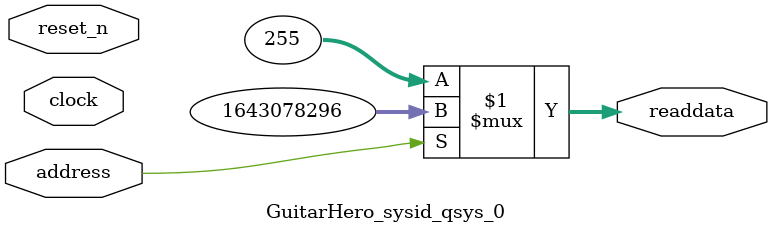
<source format=v>



// synthesis translate_off
`timescale 1ns / 1ps
// synthesis translate_on

// turn off superfluous verilog processor warnings 
// altera message_level Level1 
// altera message_off 10034 10035 10036 10037 10230 10240 10030 

module GuitarHero_sysid_qsys_0 (
               // inputs:
                address,
                clock,
                reset_n,

               // outputs:
                readdata
             )
;

  output  [ 31: 0] readdata;
  input            address;
  input            clock;
  input            reset_n;

  wire    [ 31: 0] readdata;
  //control_slave, which is an e_avalon_slave
  assign readdata = address ? 1643078296 : 255;

endmodule



</source>
